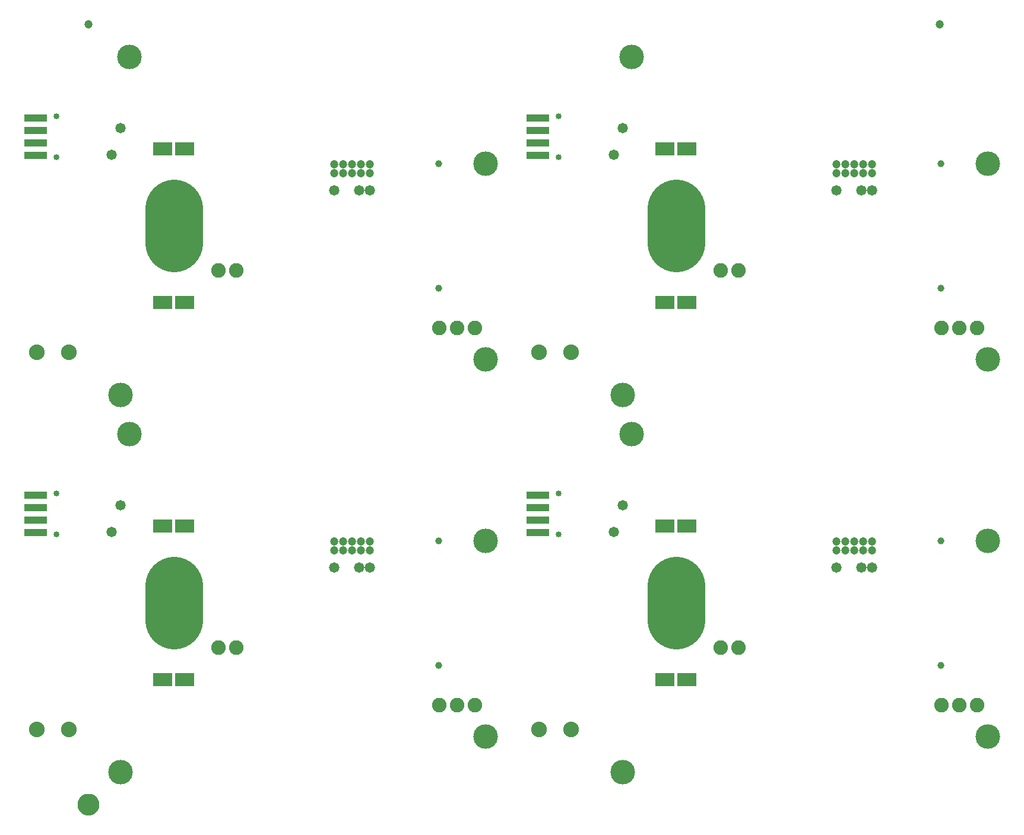
<source format=gbs>
G75*
%MOIN*%
%OFA0B0*%
%FSLAX25Y25*%
%IPPOS*%
%LPD*%
%AMOC8*
5,1,8,0,0,1.08239X$1,22.5*
%
%ADD10C,0.13800*%
%ADD11C,0.08800*%
%ADD12C,0.03359*%
%ADD13R,0.12611X0.04343*%
%ADD14C,0.05800*%
%ADD15C,0.04737*%
%ADD16R,0.10800X0.07800*%
%ADD17C,0.32296*%
%ADD18C,0.08200*%
%ADD19C,0.03950*%
%ADD20C,0.05000*%
%ADD21C,0.06706*%
D10*
X0160000Y0170000D03*
X0365000Y0190000D03*
X0442000Y0170000D03*
X0365000Y0300000D03*
X0447000Y0360000D03*
X0442000Y0382000D03*
X0365000Y0402000D03*
X0365000Y0512000D03*
X0447000Y0572000D03*
X0647000Y0512000D03*
X0647000Y0402000D03*
X0647000Y0300000D03*
X0647000Y0190000D03*
X0165000Y0360000D03*
X0160000Y0382000D03*
X0165000Y0572000D03*
D11*
X0131000Y0406000D03*
X0113000Y0406000D03*
X0113000Y0194000D03*
X0131000Y0194000D03*
X0395000Y0194000D03*
X0413000Y0194000D03*
X0413000Y0406000D03*
X0395000Y0406000D03*
D12*
X0406311Y0326378D03*
X0406311Y0303622D03*
X0406311Y0515622D03*
X0406311Y0538378D03*
X0124311Y0538378D03*
X0124311Y0515622D03*
X0124311Y0326378D03*
X0124311Y0303622D03*
D13*
X0112500Y0304500D03*
X0112500Y0311500D03*
X0112500Y0318500D03*
X0112500Y0325500D03*
X0112500Y0516500D03*
X0112500Y0523500D03*
X0112500Y0530500D03*
X0112500Y0537500D03*
X0394500Y0537500D03*
X0394500Y0530500D03*
X0394500Y0523500D03*
X0394500Y0516500D03*
X0394500Y0325500D03*
X0394500Y0318500D03*
X0394500Y0311500D03*
X0394500Y0304500D03*
D14*
X0437000Y0305000D03*
X0442000Y0320000D03*
X0562000Y0285000D03*
X0576000Y0285000D03*
X0582000Y0285000D03*
X0582000Y0497000D03*
X0576000Y0497000D03*
X0562000Y0497000D03*
X0442000Y0532000D03*
X0437000Y0517000D03*
X0300000Y0497000D03*
X0294000Y0497000D03*
X0280000Y0497000D03*
X0160000Y0532000D03*
X0155000Y0517000D03*
X0160000Y0320000D03*
X0155000Y0305000D03*
X0280000Y0285000D03*
X0294000Y0285000D03*
X0300000Y0285000D03*
D15*
X0300000Y0294500D03*
X0295000Y0294500D03*
X0295000Y0299500D03*
X0300000Y0299500D03*
X0290000Y0299500D03*
X0285000Y0299500D03*
X0285000Y0294500D03*
X0290000Y0294500D03*
X0280000Y0294500D03*
X0280000Y0299500D03*
X0280000Y0506500D03*
X0280000Y0511500D03*
X0285000Y0511500D03*
X0290000Y0511500D03*
X0290000Y0506500D03*
X0285000Y0506500D03*
X0295000Y0506500D03*
X0300000Y0506500D03*
X0300000Y0511500D03*
X0295000Y0511500D03*
X0142000Y0590250D03*
X0562000Y0511500D03*
X0562000Y0506500D03*
X0567000Y0506500D03*
X0567000Y0511500D03*
X0572000Y0511500D03*
X0577000Y0511500D03*
X0577000Y0506500D03*
X0572000Y0506500D03*
X0582000Y0506500D03*
X0582000Y0511500D03*
X0620000Y0590250D03*
X0582000Y0299500D03*
X0582000Y0294500D03*
X0577000Y0294500D03*
X0572000Y0294500D03*
X0572000Y0299500D03*
X0577000Y0299500D03*
X0567000Y0299500D03*
X0567000Y0294500D03*
X0562000Y0294500D03*
X0562000Y0299500D03*
D16*
X0478102Y0308307D03*
X0465898Y0308307D03*
X0465898Y0221693D03*
X0478102Y0221693D03*
X0478102Y0433693D03*
X0465898Y0433693D03*
X0465898Y0520307D03*
X0478102Y0520307D03*
X0196102Y0520307D03*
X0183898Y0520307D03*
X0183898Y0433693D03*
X0196102Y0433693D03*
X0196102Y0308307D03*
X0183898Y0308307D03*
X0183898Y0221693D03*
X0196102Y0221693D03*
D17*
X0190000Y0255158D02*
X0190000Y0274842D01*
X0190000Y0467158D02*
X0190000Y0486842D01*
X0472000Y0486842D02*
X0472000Y0467158D01*
X0472000Y0274842D02*
X0472000Y0255158D01*
D18*
X0497000Y0240000D03*
X0507000Y0240000D03*
X0621000Y0207500D03*
X0631000Y0207500D03*
X0641000Y0207500D03*
X0641000Y0419500D03*
X0631000Y0419500D03*
X0621000Y0419500D03*
X0507000Y0452000D03*
X0497000Y0452000D03*
X0359000Y0419500D03*
X0349000Y0419500D03*
X0339000Y0419500D03*
X0225000Y0452000D03*
X0215000Y0452000D03*
X0215000Y0240000D03*
X0225000Y0240000D03*
X0339000Y0207500D03*
X0349000Y0207500D03*
X0359000Y0207500D03*
D19*
X0338937Y0230000D03*
X0338937Y0300000D03*
X0338937Y0442000D03*
X0338937Y0512000D03*
X0620937Y0512000D03*
X0620937Y0442000D03*
X0620937Y0300000D03*
X0620937Y0230000D03*
D20*
X0138435Y0151750D02*
X0138437Y0151869D01*
X0138443Y0151988D01*
X0138453Y0152107D01*
X0138467Y0152225D01*
X0138485Y0152343D01*
X0138506Y0152460D01*
X0138532Y0152576D01*
X0138562Y0152692D01*
X0138595Y0152806D01*
X0138632Y0152919D01*
X0138673Y0153031D01*
X0138718Y0153142D01*
X0138766Y0153251D01*
X0138818Y0153358D01*
X0138874Y0153463D01*
X0138933Y0153567D01*
X0138995Y0153668D01*
X0139061Y0153768D01*
X0139130Y0153865D01*
X0139202Y0153959D01*
X0139278Y0154052D01*
X0139356Y0154141D01*
X0139437Y0154228D01*
X0139522Y0154313D01*
X0139609Y0154394D01*
X0139698Y0154472D01*
X0139791Y0154548D01*
X0139885Y0154620D01*
X0139982Y0154689D01*
X0140082Y0154755D01*
X0140183Y0154817D01*
X0140287Y0154876D01*
X0140392Y0154932D01*
X0140499Y0154984D01*
X0140608Y0155032D01*
X0140719Y0155077D01*
X0140831Y0155118D01*
X0140944Y0155155D01*
X0141058Y0155188D01*
X0141174Y0155218D01*
X0141290Y0155244D01*
X0141407Y0155265D01*
X0141525Y0155283D01*
X0141643Y0155297D01*
X0141762Y0155307D01*
X0141881Y0155313D01*
X0142000Y0155315D01*
X0142119Y0155313D01*
X0142238Y0155307D01*
X0142357Y0155297D01*
X0142475Y0155283D01*
X0142593Y0155265D01*
X0142710Y0155244D01*
X0142826Y0155218D01*
X0142942Y0155188D01*
X0143056Y0155155D01*
X0143169Y0155118D01*
X0143281Y0155077D01*
X0143392Y0155032D01*
X0143501Y0154984D01*
X0143608Y0154932D01*
X0143713Y0154876D01*
X0143817Y0154817D01*
X0143918Y0154755D01*
X0144018Y0154689D01*
X0144115Y0154620D01*
X0144209Y0154548D01*
X0144302Y0154472D01*
X0144391Y0154394D01*
X0144478Y0154313D01*
X0144563Y0154228D01*
X0144644Y0154141D01*
X0144722Y0154052D01*
X0144798Y0153959D01*
X0144870Y0153865D01*
X0144939Y0153768D01*
X0145005Y0153668D01*
X0145067Y0153567D01*
X0145126Y0153463D01*
X0145182Y0153358D01*
X0145234Y0153251D01*
X0145282Y0153142D01*
X0145327Y0153031D01*
X0145368Y0152919D01*
X0145405Y0152806D01*
X0145438Y0152692D01*
X0145468Y0152576D01*
X0145494Y0152460D01*
X0145515Y0152343D01*
X0145533Y0152225D01*
X0145547Y0152107D01*
X0145557Y0151988D01*
X0145563Y0151869D01*
X0145565Y0151750D01*
X0145563Y0151631D01*
X0145557Y0151512D01*
X0145547Y0151393D01*
X0145533Y0151275D01*
X0145515Y0151157D01*
X0145494Y0151040D01*
X0145468Y0150924D01*
X0145438Y0150808D01*
X0145405Y0150694D01*
X0145368Y0150581D01*
X0145327Y0150469D01*
X0145282Y0150358D01*
X0145234Y0150249D01*
X0145182Y0150142D01*
X0145126Y0150037D01*
X0145067Y0149933D01*
X0145005Y0149832D01*
X0144939Y0149732D01*
X0144870Y0149635D01*
X0144798Y0149541D01*
X0144722Y0149448D01*
X0144644Y0149359D01*
X0144563Y0149272D01*
X0144478Y0149187D01*
X0144391Y0149106D01*
X0144302Y0149028D01*
X0144209Y0148952D01*
X0144115Y0148880D01*
X0144018Y0148811D01*
X0143918Y0148745D01*
X0143817Y0148683D01*
X0143713Y0148624D01*
X0143608Y0148568D01*
X0143501Y0148516D01*
X0143392Y0148468D01*
X0143281Y0148423D01*
X0143169Y0148382D01*
X0143056Y0148345D01*
X0142942Y0148312D01*
X0142826Y0148282D01*
X0142710Y0148256D01*
X0142593Y0148235D01*
X0142475Y0148217D01*
X0142357Y0148203D01*
X0142238Y0148193D01*
X0142119Y0148187D01*
X0142000Y0148185D01*
X0141881Y0148187D01*
X0141762Y0148193D01*
X0141643Y0148203D01*
X0141525Y0148217D01*
X0141407Y0148235D01*
X0141290Y0148256D01*
X0141174Y0148282D01*
X0141058Y0148312D01*
X0140944Y0148345D01*
X0140831Y0148382D01*
X0140719Y0148423D01*
X0140608Y0148468D01*
X0140499Y0148516D01*
X0140392Y0148568D01*
X0140287Y0148624D01*
X0140183Y0148683D01*
X0140082Y0148745D01*
X0139982Y0148811D01*
X0139885Y0148880D01*
X0139791Y0148952D01*
X0139698Y0149028D01*
X0139609Y0149106D01*
X0139522Y0149187D01*
X0139437Y0149272D01*
X0139356Y0149359D01*
X0139278Y0149448D01*
X0139202Y0149541D01*
X0139130Y0149635D01*
X0139061Y0149732D01*
X0138995Y0149832D01*
X0138933Y0149933D01*
X0138874Y0150037D01*
X0138818Y0150142D01*
X0138766Y0150249D01*
X0138718Y0150358D01*
X0138673Y0150469D01*
X0138632Y0150581D01*
X0138595Y0150694D01*
X0138562Y0150808D01*
X0138532Y0150924D01*
X0138506Y0151040D01*
X0138485Y0151157D01*
X0138467Y0151275D01*
X0138453Y0151393D01*
X0138443Y0151512D01*
X0138437Y0151631D01*
X0138435Y0151750D01*
D21*
X0142000Y0151750D03*
M02*

</source>
